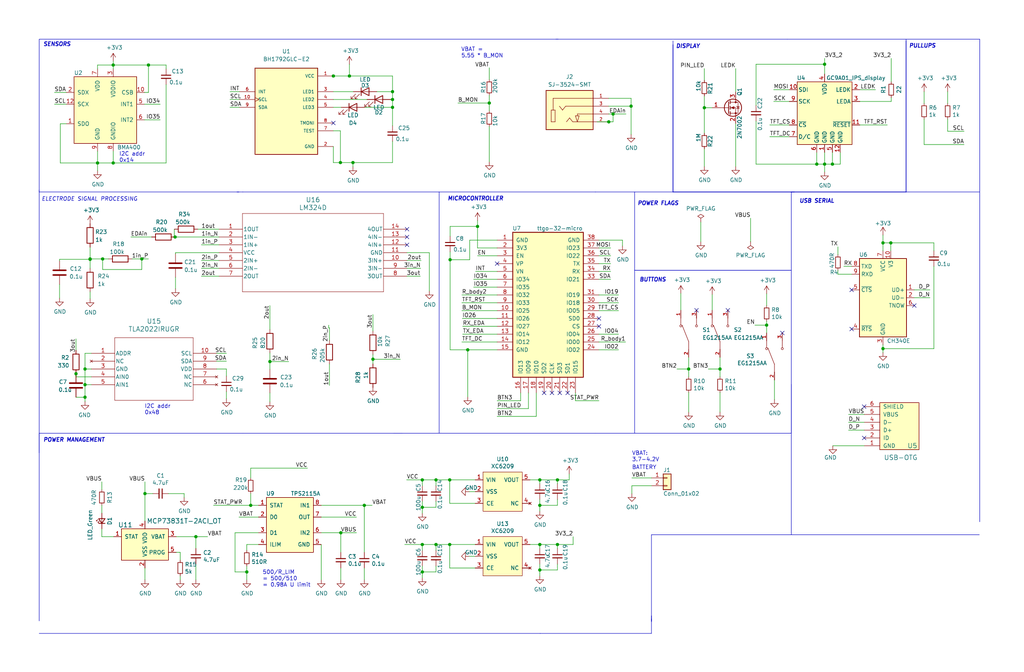
<source format=kicad_sch>
(kicad_sch (version 20230121) (generator eeschema)
  (paper "User" 332.003 217.957)
  (title_block (title "Anxiety Buddy Band for Youth (ABBY) BioBand") (date "06-15-2023") (rev "3.3") (comment 1 "GitHub: https://open-smartwatch.github.io/") (comment 2 "Extension of open-source design Open SmartWatch\\"))
  (junction (at 81.28 163.83))
  (junction (at 27.559 124.714))
  (junction (at 269.875 53.213))
  (junction (at 110.363 52.705))
  (junction (at 145.923 84.201))
  (junction (at 48.133 21.082))
  (junction (at 175.006 184.785))
  (junction (at 233.426 119.634))
  (junction (at 136.906 164.465))
  (junction (at 145.796 176.53))
  (junction (at 288.798 78.74))
  (junction (at 114.427 52.705))
  (junction (at 136.906 185.42))
  (junction (at 63.5 173.99))
  (junction (at 228.346 34.925))
  (junction (at 175.006 155.575))
  (junction (at 175.006 163.83))
  (junction (at 267.335 20.828))
  (junction (at 87.503 117.221))
  (junction (at 197.358 39.497))
  (junction (at 33.274 83.947))
  (junction (at 286.258 78.74))
  (junction (at 127.254 29.718))
  (junction (at 27.559 128.778))
  (junction (at 180.721 176.53))
  (junction (at 136.906 155.575))
  (junction (at 145.796 155.575))
  (junction (at 120.904 116.459))
  (junction (at 36.703 52.832))
  (junction (at 36.703 21.082))
  (junction (at 127.254 32.258))
  (junction (at 175.006 176.53))
  (junction (at 141.351 155.575))
  (junction (at 108.077 24.638))
  (junction (at 46.99 160.02))
  (junction (at 223.266 119.634))
  (junction (at 151.638 113.411))
  (junction (at 56.769 76.835))
  (junction (at 267.335 53.213))
  (junction (at 80.01 185.42))
  (junction (at 198.755 36.957))
  (junction (at 248.539 105.41))
  (junction (at 29.21 84.074))
  (junction (at 29.21 83.947))
  (junction (at 27.559 119.634))
  (junction (at 180.721 155.575))
  (junction (at 31.623 52.832))
  (junction (at 136.906 176.53))
  (junction (at 127.254 34.798))
  (junction (at 118.11 163.83))
  (junction (at 113.284 24.638))
  (junction (at 141.351 176.53))
  (junction (at 158.623 33.401))
  (junction (at 45.974 83.947))
  (junction (at 204.597 34.417))
  (junction (at 24.638 121.158))
  (junction (at 264.795 53.213))
  (junction (at 110.49 172.72))
  (junction (at 154.813 73.406))
  (junction (at 286.258 113.03))
  (no_connect (at 253.619 107.95))
  (no_connect (at 296.418 99.06))
  (no_connect (at 280.162 141.986))
  (no_connect (at 184.023 127.381))
  (no_connect (at 108.077 39.878))
  (no_connect (at 225.806 100.584))
  (no_connect (at 235.966 100.584))
  (no_connect (at 131.953 79.375))
  (no_connect (at 276.098 93.98))
  (no_connect (at 161.163 85.471))
  (no_connect (at 131.953 76.835))
  (no_connect (at 194.183 103.251))
  (no_connect (at 194.183 105.791))
  (no_connect (at 178.943 127.381))
  (no_connect (at 181.483 127.381))
  (no_connect (at 131.953 74.295))
  (no_connect (at 276.098 106.68))
  (no_connect (at 280.162 131.826))
  (no_connect (at 176.403 127.381))
  (wire (pts (xy 175.006 155.575) (xy 175.006 156.845)))
  (polyline (pts (xy 256.54 140.462) (xy 193.04 140.462)))
  (wire (pts (xy 154.051 184.15) (xy 145.796 184.15)))
  (wire (pts (xy 81.28 163.83) (xy 83.82 163.83)))
  (wire (pts (xy 73.406 119.634) (xy 73.406 121.92)))
  (wire (pts (xy 204.597 34.417) (xy 204.597 43.561)))
  (wire (pts (xy 76.2 172.72) (xy 76.2 185.42)))
  (wire (pts (xy 31.623 52.832) (xy 19.558 52.832)))
  (wire (pts (xy 24.638 121.158) (xy 24.638 122.174)))
  (wire (pts (xy 204.597 31.877) (xy 204.597 34.417)))
  (wire (pts (xy 127.254 45.847) (xy 127.254 52.705)))
  (wire (pts (xy 48.133 29.972) (xy 46.863 29.972)))
  (wire (pts (xy 286.258 78.74) (xy 288.798 78.74)))
  (wire (pts (xy 184.531 153.67) (xy 184.531 155.575)))
  (wire (pts (xy 198.755 39.497) (xy 198.755 36.957)))
  (wire (pts (xy 48.133 21.082) (xy 48.133 29.972)))
  (wire (pts (xy 194.183 80.391) (xy 197.993 80.391)))
  (wire (pts (xy 302.768 78.74) (xy 302.768 81.28)))
  (wire (pts (xy 53.848 21.082) (xy 53.848 22.352)))
  (wire (pts (xy 161.163 110.871) (xy 149.733 110.871)))
  (wire (pts (xy 36.703 52.832) (xy 53.848 52.832)))
  (wire (pts (xy 59.69 160.02) (xy 59.69 161.29)))
  (wire (pts (xy 127.254 34.798) (xy 127.254 40.767)))
  (wire (pts (xy 131.826 155.575) (xy 136.906 155.575)))
  (wire (pts (xy 267.335 20.828) (xy 267.335 24.003)))
  (wire (pts (xy 141.351 176.53) (xy 145.796 176.53)))
  (wire (pts (xy 278.765 40.513) (xy 287.655 40.513)))
  (polyline (pts (xy 12.827 12.7) (xy 180.975 12.7)))
  (polyline (pts (xy 293.751 62.23) (xy 293.751 13.208)))
  (wire (pts (xy 108.077 52.705) (xy 110.363 52.705)))
  (wire (pts (xy 255.905 44.323) (xy 249.555 44.323)))
  (polyline (pts (xy 175.133 205.359) (xy 12.7 205.359)))
  (wire (pts (xy 141.351 176.53) (xy 141.351 178.435)))
  (wire (pts (xy 29.21 83.947) (xy 29.21 84.074)))
  (wire (pts (xy 161.163 108.331) (xy 149.987 108.331)))
  (wire (pts (xy 154.178 88.011) (xy 161.163 88.011)))
  (wire (pts (xy 152.146 180.34) (xy 154.051 180.34)))
  (wire (pts (xy 271.653 87.63) (xy 271.653 88.9)))
  (wire (pts (xy 65.278 89.535) (xy 70.993 89.535)))
  (wire (pts (xy 180.721 155.575) (xy 180.721 156.845)))
  (wire (pts (xy 228.346 34.925) (xy 230.886 34.925)))
  (wire (pts (xy 48.133 21.082) (xy 53.848 21.082)))
  (wire (pts (xy 204.597 31.877) (xy 197.358 31.877)))
  (wire (pts (xy 81.28 154.94) (xy 81.28 151.765)))
  (wire (pts (xy 288.925 26.543) (xy 288.925 18.923)))
  (wire (pts (xy 154.813 73.406) (xy 154.813 71.501)))
  (wire (pts (xy 126.619 32.258) (xy 127.254 32.258)))
  (wire (pts (xy 108.077 24.638) (xy 113.284 24.638)))
  (wire (pts (xy 87.503 117.221) (xy 87.503 119.761)))
  (wire (pts (xy 270.002 144.526) (xy 280.162 144.526)))
  (wire (pts (xy 24.638 122.174) (xy 29.591 122.174)))
  (wire (pts (xy 168.783 127.381) (xy 168.783 129.921)))
  (wire (pts (xy 136.906 183.515) (xy 136.906 185.42)))
  (wire (pts (xy 19.304 84.582) (xy 19.304 84.074)))
  (wire (pts (xy 46.863 33.782) (xy 51.943 33.782)))
  (wire (pts (xy 19.304 92.202) (xy 19.304 96.647)))
  (polyline (pts (xy 77.47 62.23) (xy 12.7 62.23)))
  (wire (pts (xy 58.42 181.61) (xy 58.42 179.07)))
  (polyline (pts (xy 256.54 140.462) (xy 256.54 124.587)))
  (wire (pts (xy 299.593 46.863) (xy 312.547 46.863)))
  (wire (pts (xy 204.851 157.48) (xy 204.851 160.02)))
  (wire (pts (xy 46.863 38.862) (xy 51.943 38.862)))
  (wire (pts (xy 168.783 129.921) (xy 161.163 129.921)))
  (wire (pts (xy 275.082 139.446) (xy 280.162 139.446)))
  (wire (pts (xy 145.796 155.575) (xy 145.796 163.195)))
  (wire (pts (xy 223.266 119.634) (xy 223.266 122.174)))
  (wire (pts (xy 127.254 32.258) (xy 127.254 29.718)))
  (polyline (pts (xy 317.627 63.5) (xy 317.627 124.587)))
  (wire (pts (xy 197.358 34.417) (xy 204.597 34.417)))
  (wire (pts (xy 180.721 184.785) (xy 175.006 184.785)))
  (wire (pts (xy 17.653 33.782) (xy 21.463 33.782)))
  (wire (pts (xy 24.638 128.778) (xy 27.559 128.778)))
  (wire (pts (xy 267.335 49.403) (xy 267.335 53.213)))
  (polyline (pts (xy 256.54 62.23) (xy 257.556 62.23)))
  (wire (pts (xy 27.559 119.634) (xy 29.591 119.634)))
  (wire (pts (xy 175.006 182.88) (xy 175.006 184.785)))
  (wire (pts (xy 267.335 20.828) (xy 245.11 20.828)))
  (wire (pts (xy 200.533 113.411) (xy 194.183 113.411)))
  (wire (pts (xy 118.237 34.798) (xy 127.254 34.798)))
  (wire (pts (xy 248.539 95.25) (xy 248.539 99.06)))
  (wire (pts (xy 24.638 109.855) (xy 24.638 113.538)))
  (wire (pts (xy 136.525 84.455) (xy 131.953 84.455)))
  (wire (pts (xy 243.332 78.359) (xy 243.332 70.739)))
  (wire (pts (xy 118.11 163.83) (xy 120.65 163.83)))
  (wire (pts (xy 194.183 85.471) (xy 197.993 85.471)))
  (polyline (pts (xy 12.7 62.23) (xy 12.7 12.7)))
  (wire (pts (xy 45.974 87.376) (xy 33.274 87.376)))
  (wire (pts (xy 220.726 95.123) (xy 220.726 100.584)))
  (wire (pts (xy 63.5 177.8) (xy 63.5 173.99)))
  (wire (pts (xy 267.335 53.213) (xy 264.795 53.213)))
  (wire (pts (xy 201.803 77.851) (xy 201.803 79.756)))
  (wire (pts (xy 17.653 29.972) (xy 21.463 29.972)))
  (wire (pts (xy 33.02 156.21) (xy 33.02 158.75)))
  (wire (pts (xy 255.905 40.513) (xy 249.555 40.513)))
  (wire (pts (xy 120.904 116.459) (xy 120.904 117.983)))
  (wire (pts (xy 185.801 176.53) (xy 185.801 173.99)))
  (wire (pts (xy 158.623 25.781) (xy 158.623 21.971)))
  (wire (pts (xy 267.335 18.923) (xy 267.335 20.828)))
  (wire (pts (xy 161.163 113.411) (xy 151.638 113.411)))
  (wire (pts (xy 194.183 77.851) (xy 201.803 77.851)))
  (polyline (pts (xy 211.201 173.355) (xy 211.201 201.295)))
  (wire (pts (xy 149.86 103.251) (xy 161.163 103.251)))
  (wire (pts (xy 129.794 116.459) (xy 120.904 116.459)))
  (wire (pts (xy 118.11 187.96) (xy 118.11 184.15)))
  (wire (pts (xy 286.258 76.2) (xy 286.258 78.74)))
  (wire (pts (xy 145.923 84.201) (xy 145.923 81.661)))
  (wire (pts (xy 107.823 24.638) (xy 108.077 24.638)))
  (wire (pts (xy 141.351 164.465) (xy 141.351 162.56)))
  (wire (pts (xy 194.183 95.631) (xy 200.533 95.631)))
  (wire (pts (xy 286.258 114.3) (xy 286.258 113.03)))
  (wire (pts (xy 65.278 79.375) (xy 70.993 79.375)))
  (wire (pts (xy 106.553 105.41) (xy 106.553 106.299)))
  (wire (pts (xy 64.135 74.295) (xy 70.993 74.295)))
  (wire (pts (xy 223.266 133.604) (xy 223.266 127.254)))
  (polyline (pts (xy 256.54 87.63) (xy 256.54 62.23)))
  (wire (pts (xy 197.358 36.957) (xy 198.755 36.957)))
  (wire (pts (xy 104.14 187.96) (xy 104.14 176.53)))
  (wire (pts (xy 175.006 184.785) (xy 175.006 186.69)))
  (wire (pts (xy 42.418 76.835) (xy 49.149 76.835)))
  (wire (pts (xy 175.006 161.925) (xy 175.006 163.83)))
  (wire (pts (xy 193.548 39.497) (xy 197.358 39.497)))
  (wire (pts (xy 299.593 29.718) (xy 299.593 33.528)))
  (wire (pts (xy 161.163 82.931) (xy 154.813 82.931)))
  (wire (pts (xy 275.082 134.366) (xy 280.162 134.366)))
  (wire (pts (xy 49.53 160.02) (xy 46.99 160.02)))
  (polyline (pts (xy 255.27 12.7) (xy 317.627 12.7)))
  (wire (pts (xy 175.006 176.53) (xy 175.006 177.8)))
  (wire (pts (xy 139.192 81.915) (xy 139.192 94.361)))
  (wire (pts (xy 122.174 29.718) (xy 127.254 29.718)))
  (polyline (pts (xy 205.74 87.63) (xy 256.54 87.63)))
  (wire (pts (xy 83.82 172.72) (xy 76.2 172.72)))
  (wire (pts (xy 54.61 160.02) (xy 59.69 160.02)))
  (wire (pts (xy 288.925 31.623) (xy 288.925 32.893)))
  (wire (pts (xy 141.351 185.42) (xy 141.351 183.515)))
  (wire (pts (xy 288.798 78.74) (xy 288.798 81.28)))
  (wire (pts (xy 158.623 30.861) (xy 158.623 33.401)))
  (polyline (pts (xy 193.04 140.462) (xy 78.74 140.462)))
  (wire (pts (xy 120.904 114.935) (xy 120.904 116.459)))
  (polyline (pts (xy 12.7 201.295) (xy 12.7 140.97)))
  (wire (pts (xy 152.273 77.851) (xy 152.273 84.201)))
  (wire (pts (xy 145.796 176.53) (xy 154.051 176.53)))
  (wire (pts (xy 53.848 52.832) (xy 53.848 27.432)))
  (wire (pts (xy 219.456 119.634) (xy 223.266 119.634)))
  (wire (pts (xy 56.515 74.295) (xy 56.515 76.835)))
  (wire (pts (xy 228.346 53.975) (xy 228.346 48.26)))
  (wire (pts (xy 228.346 34.925) (xy 228.346 43.18)))
  (wire (pts (xy 27.559 128.778) (xy 27.559 130.175)))
  (wire (pts (xy 46.99 187.96) (xy 46.99 184.15)))
  (wire (pts (xy 194.183 110.871) (xy 202.819 110.871)))
  (wire (pts (xy 35.179 83.947) (xy 33.274 83.947)))
  (wire (pts (xy 136.906 164.465) (xy 136.906 166.37)))
  (wire (pts (xy 108.077 47.498) (xy 108.077 52.705)))
  (wire (pts (xy 302.768 86.36) (xy 302.768 113.03)))
  (wire (pts (xy 145.923 73.406) (xy 145.923 76.581)))
  (wire (pts (xy 180.721 161.925) (xy 180.721 163.83)))
  (wire (pts (xy 87.503 114.427) (xy 87.503 117.221)))
  (wire (pts (xy 161.163 95.631) (xy 149.733 95.631)))
  (wire (pts (xy 73.406 117.094) (xy 70.231 117.094)))
  (wire (pts (xy 255.905 29.083) (xy 250.825 29.083)))
  (wire (pts (xy 152.273 84.201) (xy 145.923 84.201)))
  (polyline (pts (xy 12.7 140.97) (xy 12.7 62.23)))
  (wire (pts (xy 245.11 39.243) (xy 245.11 53.213)))
  (wire (pts (xy 264.795 49.403) (xy 264.795 53.213)))
  (wire (pts (xy 31.623 22.352) (xy 31.623 21.082)))
  (wire (pts (xy 110.49 172.72) (xy 104.14 172.72)))
  (wire (pts (xy 255.905 32.893) (xy 250.825 32.893)))
  (wire (pts (xy 307.213 38.608) (xy 307.213 42.545)))
  (wire (pts (xy 110.363 52.705) (xy 114.427 52.705)))
  (wire (pts (xy 70.231 119.634) (xy 73.406 119.634)))
  (wire (pts (xy 120.904 101.981) (xy 120.904 107.315)))
  (wire (pts (xy 238.506 53.975) (xy 238.506 40.005)))
  (wire (pts (xy 307.213 29.718) (xy 307.213 33.528)))
  (wire (pts (xy 154.813 80.391) (xy 154.813 73.406)))
  (wire (pts (xy 19.304 84.074) (xy 29.21 84.074)))
  (wire (pts (xy 118.11 179.07) (xy 118.11 163.83)))
  (polyline (pts (xy 205.74 62.23) (xy 205.74 140.462)))
  (wire (pts (xy 113.284 20.828) (xy 113.284 24.638)))
  (wire (pts (xy 65.278 86.995) (xy 70.993 86.995)))
  (wire (pts (xy 46.99 160.02) (xy 46.99 156.21)))
  (wire (pts (xy 45.974 83.947) (xy 45.974 87.376)))
  (wire (pts (xy 286.258 78.74) (xy 286.258 81.28)))
  (wire (pts (xy 58.42 187.96) (xy 58.42 186.69)))
  (wire (pts (xy 229.616 119.634) (xy 233.426 119.634)))
  (wire (pts (xy 136.906 176.53) (xy 141.351 176.53)))
  (wire (pts (xy 106.807 124.968) (xy 106.807 117.983)))
  (wire (pts (xy 74.549 34.798) (xy 77.597 34.798)))
  (wire (pts (xy 80.01 187.96) (xy 80.01 185.42)))
  (polyline (pts (xy 317.627 12.7) (xy 317.627 63.5)))
  (wire (pts (xy 110.49 187.96) (xy 110.49 184.15)))
  (wire (pts (xy 114.427 52.705) (xy 114.427 54.102)))
  (wire (pts (xy 67.31 173.99) (xy 63.5 173.99)))
  (wire (pts (xy 272.415 53.213) (xy 269.875 53.213)))
  (wire (pts (xy 115.57 167.64) (xy 104.14 167.64)))
  (wire (pts (xy 286.258 113.03) (xy 286.258 111.76)))
  (wire (pts (xy 69.215 163.83) (xy 81.28 163.83)))
  (polyline (pts (xy 256.54 87.63) (xy 256.54 140.462)))
  (wire (pts (xy 269.875 49.403) (xy 269.875 53.213)))
  (wire (pts (xy 233.426 119.634) (xy 233.426 115.824)))
  (wire (pts (xy 280.162 136.906) (xy 275.082 136.906)))
  (wire (pts (xy 27.559 124.714) (xy 27.559 128.778)))
  (wire (pts (xy 19.558 52.832) (xy 19.558 40.132)))
  (wire (pts (xy 56.515 76.835) (xy 56.769 76.835)))
  (wire (pts (xy 33.02 171.45) (xy 33.02 173.99)))
  (wire (pts (xy 46.99 160.02) (xy 46.99 168.91)))
  (wire (pts (xy 233.426 122.174) (xy 233.426 119.634)))
  (wire (pts (xy 288.798 78.74) (xy 302.768 78.74)))
  (wire (pts (xy 180.721 176.53) (xy 180.721 177.8)))
  (wire (pts (xy 173.863 127.381) (xy 173.863 135.001)))
  (wire (pts (xy 161.163 105.791) (xy 149.987 105.791)))
  (wire (pts (xy 223.266 115.824) (xy 223.266 119.634)))
  (wire (pts (xy 136.906 185.42) (xy 141.351 185.42)))
  (wire (pts (xy 87.503 130.302) (xy 87.503 127.381)))
  (wire (pts (xy 180.721 176.53) (xy 185.801 176.53)))
  (wire (pts (xy 149.733 100.711) (xy 161.163 100.711)))
  (wire (pts (xy 171.323 132.461) (xy 161.163 132.461)))
  (wire (pts (xy 110.617 34.798) (xy 108.077 34.798)))
  (wire (pts (xy 248.539 105.41) (xy 248.539 104.14)))
  (wire (pts (xy 33.274 87.376) (xy 33.274 83.947)))
  (wire (pts (xy 106.807 106.299) (xy 106.807 110.363)))
  (wire (pts (xy 154.813 73.406) (xy 145.923 73.406)))
  (wire (pts (xy 233.426 133.604) (xy 233.426 127.254)))
  (wire (pts (xy 29.21 96.901) (xy 29.21 94.615)))
  (wire (pts (xy 108.077 32.258) (xy 118.999 32.258)))
  (wire (pts (xy 77.47 167.64) (xy 83.82 167.64)))
  (wire (pts (xy 36.703 21.082) (xy 48.133 21.082)))
  (wire (pts (xy 29.21 84.074) (xy 29.21 86.995)))
  (wire (pts (xy 251.079 129.54) (xy 251.079 123.19)))
  (wire (pts (xy 230.886 95.504) (xy 230.886 100.584)))
  (polyline (pts (xy 317.627 62.23) (xy 293.751 62.23)))
  (wire (pts (xy 31.623 52.832) (xy 31.623 55.372)))
  (wire (pts (xy 228.346 22.225) (xy 228.346 26.035)))
  (wire (pts (xy 186.563 127.381) (xy 186.563 129.921)))
  (polyline (pts (xy 317.627 140.462) (xy 317.627 124.587)))
  (wire (pts (xy 154.051 163.195) (xy 145.796 163.195)))
  (wire (pts (xy 175.006 163.83) (xy 175.006 165.735)))
  (wire (pts (xy 301.498 93.98) (xy 296.418 93.98)))
  (wire (pts (xy 87.503 99.06) (xy 87.503 106.807)))
  (polyline (pts (xy 78.74 140.462) (xy 12.7 140.462)))
  (wire (pts (xy 194.183 98.171) (xy 200.533 98.171)))
  (wire (pts (xy 175.006 176.53) (xy 180.721 176.53)))
  (wire (pts (xy 81.28 163.83) (xy 81.28 160.02)))
  (wire (pts (xy 302.768 113.03) (xy 286.258 113.03)))
  (wire (pts (xy 127.254 29.718) (xy 127.254 24.638)))
  (wire (pts (xy 161.163 93.091) (xy 153.543 93.091)))
  (wire (pts (xy 245.11 20.828) (xy 245.11 34.163)))
  (wire (pts (xy 136.906 164.465) (xy 141.351 164.465)))
  (wire (pts (xy 194.183 100.711) (xy 200.533 100.711)))
  (wire (pts (xy 158.623 33.401) (xy 148.463 33.401)))
  (wire (pts (xy 58.42 179.07) (xy 57.15 179.07)))
  (wire (pts (xy 139.192 81.915) (xy 131.953 81.915)))
  (polyline (pts (xy 293.751 12.7) (xy 293.751 62.23)))
  (wire (pts (xy 110.363 42.418) (xy 108.077 42.418)))
  (wire (pts (xy 27.559 124.714) (xy 27.559 119.634)))
  (polyline (pts (xy 76.835 62.23) (xy 78.74 62.23)))
  (wire (pts (xy 245.11 53.213) (xy 264.795 53.213)))
  (wire (pts (xy 56.896 81.915) (xy 56.896 82.296)))
  (wire (pts (xy 27.559 119.634) (xy 27.559 114.554)))
  (polyline (pts (xy 255.27 12.7) (xy 180.213 12.7)))
  (wire (pts (xy 110.363 42.418) (xy 110.363 52.705)))
  (wire (pts (xy 136.271 89.535) (xy 131.953 89.535)))
  (polyline (pts (xy 205.74 87.63) (xy 256.54 87.63)))
  (wire (pts (xy 151.638 113.411) (xy 151.638 128.651)))
  (wire (pts (xy 198.755 36.957) (xy 202.946 36.957)))
  (wire (pts (xy 161.163 98.171) (xy 149.733 98.171)))
  (wire (pts (xy 283.845 29.083) (xy 278.765 29.083)))
  (polyline (pts (xy 218.186 14.478) (xy 218.186 62.23)))
  (wire (pts (xy 161.163 90.551) (xy 153.543 90.551)))
  (wire (pts (xy 186.563 129.921) (xy 194.183 129.921)))
  (wire (pts (xy 19.558 40.132) (xy 21.463 40.132)))
  (polyline (pts (xy 211.201 200.66) (xy 211.201 205.359)))
  (wire (pts (xy 158.623 41.021) (xy 158.623 52.451)))
  (wire (pts (xy 175.006 155.575) (xy 180.721 155.575)))
  (polyline (pts (xy 12.7 62.23) (xy 12.7 61.595)))
  (wire (pts (xy 238.506 22.225) (xy 238.506 29.845)))
  (wire (pts (xy 36.703 52.832) (xy 31.623 52.832)))
  (wire (pts (xy 83.82 176.53) (xy 80.01 176.53)))
  (wire (pts (xy 141.351 155.575) (xy 141.351 157.48)))
  (wire (pts (xy 299.593 38.608) (xy 299.593 46.863)))
  (wire (pts (xy 180.721 155.575) (xy 184.531 155.575)))
  (polyline (pts (xy 211.201 199.644) (xy 211.201 201.549)))
  (wire (pts (xy 244.729 105.41) (xy 248.539 105.41)))
  (wire (pts (xy 136.906 155.575) (xy 141.351 155.575)))
  (wire (pts (xy 56.769 76.835) (xy 70.993 76.835)))
  (wire (pts (xy 158.623 33.401) (xy 158.623 35.941)))
  (wire (pts (xy 267.335 53.213) (xy 267.335 55.753)))
  (wire (pts (xy 171.323 132.461) (xy 171.323 127.381)))
  (wire (pts (xy 81.28 151.765) (xy 99.695 151.765)))
  (wire (pts (xy 56.896 81.915) (xy 70.993 81.915)))
  (wire (pts (xy 27.559 124.714) (xy 29.591 124.714)))
  (wire (pts (xy 141.351 155.575) (xy 145.796 155.575)))
  (wire (pts (xy 180.721 182.88) (xy 180.721 184.785)))
  (wire (pts (xy 93.599 117.221) (xy 87.503 117.221)))
  (wire (pts (xy 161.163 80.391) (xy 154.813 80.391)))
  (polyline (pts (xy 218.186 13.208) (xy 218.186 62.23)))
  (wire (pts (xy 194.183 108.331) (xy 200.533 108.331)))
  (polyline (pts (xy 293.751 62.23) (xy 193.04 62.23)))
  (polyline (pts (xy 175.133 205.359) (xy 211.201 205.359)))
  (wire (pts (xy 272.415 49.403) (xy 272.415 53.213)))
  (wire (pts (xy 113.284 24.638) (xy 127.254 24.638)))
  (polyline (pts (xy 218.186 62.23) (xy 293.751 62.23)))
  (wire (pts (xy 36.703 19.812) (xy 36.703 21.082)))
  (wire (pts (xy 76.2 185.42) (xy 80.01 185.42)))
  (wire (pts (xy 31.623 49.022) (xy 31.623 52.832)))
  (wire (pts (xy 31.623 21.082) (xy 36.703 21.082)))
  (wire (pts (xy 161.163 77.851) (xy 152.273 77.851)))
  (wire (pts (xy 63.5 187.96) (xy 63.5 182.88)))
  (polyline (pts (xy 127.635 140.462) (xy 130.429 140.462)))
  (wire (pts (xy 136.398 86.995) (xy 131.953 86.995)))
  (wire (pts (xy 227.203 72.009) (xy 227.203 78.359)))
  (wire (pts (xy 180.721 163.83) (xy 175.006 163.83)))
  (wire (pts (xy 74.549 29.718) (xy 77.597 29.718)))
  (wire (pts (xy 115.57 172.72) (xy 110.49 172.72)))
  (polyline (pts (xy 78.74 62.23) (xy 193.04 62.23)))
  (polyline (pts (xy 317.627 169.164) (xy 317.627 140.462)))
  (wire (pts (xy 106.553 106.299) (xy 106.807 106.299)))
  (wire (pts (xy 45.974 83.947) (xy 48.133 83.947)))
  (wire (pts (xy 33.02 173.99) (xy 36.83 173.99)))
  (wire (pts (xy 80.01 176.53) (xy 80.01 178.435)))
  (wire (pts (xy 145.796 176.53) (xy 145.796 184.15)))
  (wire (pts (xy 36.703 49.022) (xy 36.703 52.832)))
  (wire (pts (xy 108.077 29.718) (xy 114.554 29.718)))
  (wire (pts (xy 56.896 89.916) (xy 56.896 93.599)))
  (polyline (pts (xy 211.201 173.355) (xy 317.5 173.355)))
  (wire (pts (xy 197.358 39.497) (xy 198.755 39.497)))
  (wire (pts (xy 29.21 80.137) (xy 29.21 83.947)))
  (wire (pts (xy 271.653 88.9) (xy 276.098 88.9)))
  (wire (pts (xy 171.831 155.575) (xy 175.006 155.575)))
  (wire (pts (xy 42.799 83.947) (xy 45.974 83.947)))
  (wire (pts (xy 271.653 80.01) (xy 271.653 82.55)))
  (wire (pts (xy 145.796 155.575) (xy 154.051 155.575)))
  (wire (pts (xy 194.183 90.551) (xy 197.993 90.551)))
  (wire (pts (xy 104.14 163.83) (xy 118.11 163.83)))
  (polyline (pts (xy 142.367 62.23) (xy 142.367 140.462)))
  (wire (pts (xy 194.183 82.931) (xy 197.993 82.931)))
  (wire (pts (xy 65.278 84.455) (xy 70.993 84.455)))
  (wire (pts (xy 27.559 114.554) (xy 29.591 114.554)))
  (wire (pts (xy 307.213 42.545) (xy 312.547 42.545)))
  (wire (pts (xy 114.427 52.705) (xy 127.254 52.705)))
  (wire (pts (xy 211.201 157.48) (xy 204.851 157.48)))
  (wire (pts (xy 131.191 176.53) (xy 136.906 176.53)))
  (wire (pts (xy 173.863 135.001) (xy 161.163 135.001)))
  (wire (pts (xy 145.923 113.411) (xy 151.638 113.411)))
  (wire (pts (xy 136.906 162.56) (xy 136.906 164.465)))
  (wire (pts (xy 228.346 31.115) (xy 228.346 34.925)))
  (wire (pts (xy 36.703 21.082) (xy 36.703 22.352)))
  (wire (pts (xy 211.201 154.94) (xy 204.851 154.94)))
  (wire (pts (xy 136.906 155.575) (xy 136.906 157.48)))
  (wire (pts (xy 136.906 185.42) (xy 136.906 187.325)))
  (wire (pts (xy 63.5 173.99) (xy 57.15 173.99)))
  (wire (pts (xy 110.49 172.72) (xy 110.49 179.07)))
  (wire (pts (xy 301.498 96.52) (xy 296.418 96.52)))
  (wire (pts (xy 33.274 83.947) (xy 29.21 83.947)))
  (wire (pts (xy 248.539 107.95) (xy 248.539 105.41)))
  (wire (pts (xy 127.254 32.258) (xy 127.254 34.798)))
  (wire (pts (xy 73.406 114.554) (xy 70.231 114.554)))
  (wire (pts (xy 136.906 176.53) (xy 136.906 178.435)))
  (wire (pts (xy 171.831 176.53) (xy 175.006 176.53)))
  (wire (pts (xy 288.925 32.893) (xy 278.765 32.893)))
  (wire (pts (xy 74.549 32.258) (xy 77.597 32.258)))
  (polyline (pts (xy 12.7 140.462) (xy 12.7 146.812)))
  (wire (pts (xy 152.146 159.385) (xy 154.051 159.385)))
  (wire (pts (xy 145.923 84.201) (xy 145.923 113.411)))
  (wire (pts (xy 73.406 127) (xy 73.406 129.286)))
  (wire (pts (xy 273.558 86.36) (xy 276.098 86.36)))
  (wire (pts (xy 33.02 163.83) (xy 33.02 166.37)))
  (wire (pts (xy 194.183 88.011) (xy 197.993 88.011)))
  (wire (pts (xy 269.875 53.213) (xy 267.335 53.213)))
  (wire (pts (xy 80.01 185.42) (xy 80.01 183.515)))
  (polyline (pts (xy 256.54 140.462) (xy 256.54 173.355)))
  (text "500/R_LIM\n= 500/510\n= 0.98A U limit" (at 85.09 190.5 0) (effects (font (size 1.27 1.27)) (justify left bottom)))
  (text "VBAT =\n5.55 * B_MON\n" (at 149.479 18.923 0) (effects (font (size 1.27 1.27)) (justify left bottom)))
  (text "I2C addr\n0x14" (at 38.608 52.832 0) (effects (font (size 1.27 1.27)) (justify left bottom)))
  (text "SENSORS" (at 13.97 15.24 0) (effects (font (size 1.27 1.27) (thickness 0.254) bold italic) (justify left bottom)))
  (text "POWER FLAGS" (at 206.629 66.802 0) (effects (font (size 1.27 1.27) (thickness 0.254) bold italic) (justify left bottom)))
  (text "PULLUPS" (at 294.64 15.748 0) (effects (font (size 1.27 1.27) (thickness 0.254) bold italic) (justify left bottom)))
  (text "ELECTRODE SIGNAL PROCESSING" (at 13.462 65.405 0) (effects (font (size 1.27 1.27) italic) (justify left bottom)))
  (text "BATTERY" (at 204.851 152.4 0) (effects (font (size 1.27 1.27)) (justify left bottom)))
  (text "USB SERIAL" (at 259.08 66.04 0) (effects (font (size 1.27 1.27) (thickness 0.254) bold italic) (justify left bottom)))
  (text "BUTTONS" (at 207.264 91.567 0) (effects (font (size 1.27 1.27) (thickness 0.254) bold italic) (justify left bottom)))
  (text "VBAT:\n3.7-4.2V" (at 204.851 149.86 0) (effects (font (size 1.27 1.27)) (justify left bottom)))
  (text "MICROCONTROLLER" (at 145.034 65.278 0) (effects (font (size 1.27 1.27) (thickness 0.254) bold italic) (justify left bottom)))
  (text "POWER MANAGEMENT" (at 13.97 143.51 0) (effects (font (size 1.27 1.27) (thickness 0.254) bold italic) (justify left bottom)))
  (text "I2C addr\n0x48" (at 46.863 134.62 0) (effects (font (size 1.27 1.27)) (justify left bottom)))
  (text "DISPLAY" (at 219.075 15.875 0) (effects (font (size 1.27 1.27) (thickness 0.254) bold italic) (justify left bottom)))
  (label "SCK" (at 250.825 32.893 0))
  (label "TFT_RST" (at 287.655 40.513 180))
  (label "VCC" (at 99.695 151.765 180))
  (label "SCL" (at 73.406 114.554 180))
  (label "BTN3" (at 229.616 119.634 180))
  (label "B_MON" (at 148.463 33.401 0))
  (label "3out" (at 136.271 89.535 180))
  (label "TFT_CS" (at 249.555 40.513 0))
  (label "SCL" (at 197.993 82.931 180))
  (label "LEDK" (at 283.845 29.083 180))
  (label "SCL" (at 74.549 32.258 0))
  (label "1in_P" (at 48.133 83.947 180))
  (label "BTN2" (at 161.163 135.001 0))
  (label "STAT_PWR" (at 194.183 129.921 180))
  (label "1in_P" (at 65.278 79.375 0))
  (label "SDA" (at 312.547 46.863 180))
  (label "2out" (at 87.503 99.06 270))
  (label "SDA" (at 17.653 29.972 0))
  (label "VBUS" (at 275.082 134.366 0))
  (label "D_N" (at 275.082 136.906 0))
  (label "VBAT" (at 204.851 154.94 0))
  (label "SCK" (at 200.533 98.171 180))
  (label "SDA" (at 197.993 90.551 180))
  (label "R_body2" (at 149.733 95.631 0))
  (label "D_N" (at 301.498 96.52 180))
  (label "2out" (at 65.278 89.535 0))
  (label "IO04" (at 200.533 108.331 180))
  (label "BTN2" (at 219.456 119.634 180))
  (label "MOSI" (at 250.825 29.083 0))
  (label "TFT_RST" (at 149.733 98.171 0))
  (label "3in_N" (at 136.398 86.995 180))
  (label "VBUS" (at 33.02 156.21 180))
  (label "IO35" (at 51.943 38.862 180))
  (label "VBAT" (at 77.47 167.64 0))
  (label "SCL" (at 312.547 42.545 180))
  (label "1out" (at 65.278 74.295 0))
  (label "VCC" (at 131.191 176.53 0))
  (label "SCL" (at 17.653 33.782 0))
  (label "MOSI" (at 197.993 80.391 180))
  (label "2in_P" (at 106.553 105.41 270))
  (label "VCC" (at 131.826 155.575 0))
  (label "TX" (at 271.653 80.01 180))
  (label "EN" (at 244.729 105.41 180))
  (label "PIN_LED" (at 228.346 22.225 180))
  (label "SDA" (at 73.406 117.094 180))
  (label "2in_N" (at 93.599 117.221 180))
  (label "3in_N" (at 129.794 116.459 180))
  (label "2in_N" (at 65.278 86.995 0))
  (label "VBUS" (at 243.332 70.739 180))
  (label "RX" (at 197.993 88.011 180))
  (label "3out" (at 120.904 101.981 270))
  (label "IO34" (at 153.543 90.551 0))
  (label "TFT_DC" (at 149.733 110.871 0))
  (label "3V3_2" (at 267.335 18.923 0))
  (label "PIN_LED" (at 161.163 132.461 0))
  (label "EDAin" (at 202.946 36.957 180))
  (label "IO34" (at 51.943 33.782 180))
  (label "R_body1" (at 202.819 110.871 180))
  (label "D_P" (at 275.082 139.446 0))
  (label "SDA" (at 74.549 34.798 0))
  (label "EN" (at 154.813 82.931 0))
  (label "VBUS" (at 46.99 156.21 180))
  (label "1out" (at 106.807 124.968 90))
  (label "IO02" (at 200.533 113.411 180))
  (label "3V3_2" (at 288.925 18.923 180))
  (label "TFT_DC" (at 249.555 44.323 0))
  (label "STAT_PWR" (at 69.215 163.83 0))
  (label "D_P" (at 301.498 93.98 180))
  (label "VBAT" (at 120.65 163.83 0))
  (label "VCC" (at 115.57 167.64 180))
  (label "EDAin" (at 42.418 76.835 0))
  (label "1in_N" (at 65.278 76.835 0))
  (label "TX_EDA" (at 149.987 108.331 0))
  (label "INT" (at 74.549 29.718 0))
  (label "IO26" (at 149.86 103.251 0))
  (label "BTN3" (at 161.163 129.921 0))
  (label "RX" (at 273.558 86.36 0))
  (label "INT" (at 154.178 88.011 0))
  (label "2out" (at 136.525 84.455 180))
  (label "B_MON" (at 149.733 100.711 0))
  (label "IO35" (at 153.543 93.091 0))
  (label "VBAT" (at 67.31 173.99 0))
  (label "TX" (at 197.993 85.471 180))
  (label "LEDK" (at 238.506 22.225 180))
  (label "VBUS" (at 115.57 172.72 180))
  (label "RX_EDA" (at 149.987 105.791 0))
  (label "3V3_2" (at 185.801 173.99 180))
  (label "VBAT" (at 158.623 21.971 180))
  (label "3out" (at 24.638 109.855 270))
  (label "IO19" (at 200.533 95.631 180))
  (label "TFT_CS" (at 200.533 100.711 180))
  (label "2in_P" (at 65.278 84.455 0))
  (symbol (lib_id "open-Smartwatch:GC9A01_IPS_display_SPI") (at 267.335 36.703 0) (unit 1)
    (property "Reference" "U4" (at 259.715 25.273 0))
    (property "Value" "GC9A01_IPS_display" (at 277.495 25.273 0))
    (property "Footprint" "open-Smartwatch:GC9A01_IPS_display" (effects hide))
  )
  (symbol (lib_id "open-Smartwatch:ttgo-32-micro") (at 177.673 95.631 0) (unit 1)
    (property "Reference" "U7" (at 167.513 74.041 0))
    (property "Value" "ttgo-32-micro" (at 181.483 74.041 0))
    (property "Footprint" "open-Smartwatch:ttgo-32-micro" (effects hide))
  )
  (symbol (lib_id "open-Smartwatch:USB-OTG") (at 286.512 134.366 0) (mirror x) (unit 1)
    (property "Reference" "U5" (at 294.132 144.526 0) (effects (font (size 1.524 1.524)) (justify left)))
    (property "Value" "USB-OTG" (at 286.512 148.336 0) (effects (font (size 1.524 1.524)) (justify left)))
    (property "Footprint" "open-Smartwatch:USBmicro-B" (effects hide))
  )
  (symbol (lib_id "power:+3V3") (at 248.539 95.25 0) (unit 1)
    (property "Reference" "#PWR030" (effects hide))
    (property "Value" "+3V3" (at 248.92 90.8558 0))
  )
  (symbol (lib_id "Device:R_Small") (at 248.539 101.6 0) (unit 1)
    (property "Reference" "R8" (at 250.0376 100.4316 0) (effects (justify left)))
    (property "Value" "10k" (at 250.0376 102.743 0) (effects (justify left)))
    (property "Footprint" "Resistor_SMD:R_0603_1608Metric" (effects hide))
  )
  (symbol (lib_id "power:GND") (at 251.079 129.54 0) (unit 1)
    (property "Reference" "#PWR038" (effects hide))
    (property "Value" "GND" (at 251.206 133.9342 0))
  )
  (symbol (lib_id "open-Smartwatch:CH340E") (at 286.258 96.52 0) (mirror y) (unit 1)
    (property "Reference" "U6" (at 279.908 82.55 0))
    (property "Value" "CH340E" (at 291.338 110.49 0))
    (property "Footprint" "open-Smartwatch:MSOP-10_3x3mm_P0.5mm" (effects hide))
    (property "Datasheet" "https://www.mpja.com/download/35227cpdata.pdf" (effects hide))
  )
  (symbol (lib_id "power:GND") (at 286.258 114.3 0) (unit 1)
    (property "Reference" "#PWR025" (effects hide))
    (property "Value" "GND" (at 286.385 118.6942 0))
  )
  (symbol (lib_id "power:+3V3") (at 286.258 76.2 0) (unit 1)
    (property "Reference" "#PWR015" (effects hide))
    (property "Value" "+3V3" (at 286.258 72.39 0))
  )
  (symbol (lib_id "power:GND") (at 270.002 144.526 0) (unit 1)
    (property "Reference" "#PWR024" (effects hide))
    (property "Value" "GND" (at 271.272 148.336 0) (effects (justify right)))
  )
  (symbol (lib_id "open-Smartwatch:TPS2115A_default") (at 93.98 170.18 0) (unit 1)
    (property "Reference" "U9" (at 87.63 160.02 0))
    (property "Value" "TPS2115A" (at 99.06 160.02 0))
    (property "Footprint" "open-Smartwatch:TSSOP-8_4.4x3mm_P0.65mm" (effects hide))
    (property "Datasheet" "https://www.ti.com/lit/ds/symlink/tps2114a.pdf?HQS=TI-null-null-digikeymode-df-pf-null-wwe&ts=1599026024238" (effects hide))
    (property "DigiKey_PN" "296-16940-1-ND" (effects hide))
    (property "Manufacturer" "Texas Instruments" (effects hide))
    (property "MPN" "TPS2115APWR" (effects hide))
  )
  (symbol (lib_id "open-Smartwatch:MCP73831T-2ACI_OT") (at 46.99 176.53 0) (unit 1)
    (property "Reference" "U11" (at 40.64 170.18 0) (effects (font (size 1.524 1.524))))
    (property "Value" "MCP73831T-2ACI_OT" (at 59.69 168.91 0) (effects (font (size 1.524 1.524))))
    (property "Footprint" "open-Smartwatch:SOT-23-5" (effects hide))
    (property "Datasheet" "http://ww1.microchip.com/downloads/en/DeviceDoc/20001984g.pdf" (effects hide))
    (property "Digi-Key_PN" "MCP73831T-2ACI/OTCT-ND" (effects hide))
    (property "MPN" "MCP73831T-2ACI/OT" (effects hide))
    (property "Manufacturer" "Microchip Technology" (effects hide))
  )
  (symbol (lib_id "power:GND") (at 46.99 187.96 0) (unit 1)
    (property "Reference" "#PWR043" (effects hide))
    (property "Value" "GND" (at 47.117 192.3542 0))
  )
  (symbol (lib_id "Device:R_Small") (at 33.02 161.29 180) (unit 1)
    (property "Reference" "R13" (at 35.56 161.29 90))
    (property "Value" "470R" (at 30.48 161.29 90))
    (property "Footprint" "Resistor_SMD:R_0603_1608Metric" (effects hide))
  )
  (symbol (lib_id "Device:LED_Small") (at 33.02 168.91 90) (unit 1)
    (property "Reference" "D1" (at 35.56 168.91 0))
    (property "Value" "LED_Green" (at 29.21 170.18 0))
    (property "Footprint" "LED_SMD:LED_0805_2012Metric" (effects hide))
  )
  (symbol (lib_id "Device:C_Small") (at 63.5 180.34 0) (unit 1)
    (property "Reference" "C2" (at 65.8368 179.1716 0) (effects (justify left)))
    (property "Value" "4.7uF" (at 65.8368 181.483 0) (effects (justify left)))
    (property "Footprint" "Capacitor_SMD:C_0603_1608Metric" (effects hide))
  )
  (symbol (lib_id "power:GND") (at 63.5 187.96 0) (unit 1)
    (property "Reference" "#PWR045" (effects hide))
    (property "Value" "GND" (at 63.627 192.3542 0))
  )
  (symbol (lib_id "Device:C_Small") (at 52.07 160.02 270) (unit 1)
    (property "Reference" "C1" (at 52.07 154.2034 90))
    (property "Value" "4.7uF" (at 52.07 156.5148 90))
    (property "Footprint" "Capacitor_SMD:C_0603_1608Metric" (effects hide))
  )
  (symbol (lib_id "power:GND") (at 59.69 161.29 0) (unit 1)
    (property "Reference" "#PWR041" (effects hide))
    (property "Value" "GND" (at 59.817 165.6842 0))
  )
  (symbol (lib_id "Device:R_Small") (at 58.42 184.15 0) (unit 1)
    (property "Reference" "R15" (at 59.9186 182.9816 0) (effects (justify left)))
    (property "Value" "5k" (at 59.9186 185.293 0) (effects (justify left)))
    (property "Footprint" "Resistor_SMD:R_0603_1608Metric" (effects hide))
  )
  (symbol (lib_id "power:GND") (at 58.42 187.96 0) (unit 1)
    (property "Reference" "#PWR044" (effects hide))
    (property "Value" "GND" (at 58.547 192.3542 0))
  )
  (symbol (lib_id "Device:R_Small") (at 271.653 85.09 180) (unit 1)
    (property "Reference" "R4" (at 270.383 88.265 0))
    (property "Value" "470R" (at 269.748 84.455 90))
    (property "Footprint" "Resistor_SMD:R_0603_1608Metric" (effects hide))
  )
  (symbol (lib_id "Device:C_Small") (at 110.49 181.61 0) (unit 1)
    (property "Reference" "C3" (at 112.8268 180.4416 0) (effects (justify left)))
    (property "Value" "0.1u" (at 112.8268 182.753 0) (effects (justify left)))
    (property "Footprint" "Capacitor_SMD:C_0603_1608Metric" (effects hide))
  )
  (symbol (lib_id "Device:C_Small") (at 118.11 181.61 0) (unit 1)
    (property "Reference" "C4" (at 120.4468 180.4416 0) (effects (justify left)))
    (property "Value" "0.1u" (at 120.4468 182.753 0) (effects (justify left)))
    (property "Footprint" "Capacitor_SMD:C_0603_1608Metric" (effects hide))
  )
  (symbol (lib_id "power:GND") (at 118.11 187.96 0) (unit 1)
    (property "Reference" "#PWR049" (effects hide))
    (property "Value" "GND" (at 118.237 192.3542 0))
  )
  (symbol (lib_id "power:GND") (at 110.49 187.96 0) (unit 1)
    (property "Reference" "#PWR048" (effects hide))
    (property "Value" "GND" (at 110.617 192.3542 0))
  )
  (symbol (lib_id "power:GND") (at 104.14 187.96 0) (unit 1)
    (property "Reference" "#PWR047" (effects hide))
    (property "Value" "GND" (at 104.267 192.3542 0))
  )
  (symbol (lib_id "Device:R_Small") (at 80.01 180.975 0) (unit 1)
    (property "Reference" "R14" (at 81.5086 179.8066 0) (effects (justify left)))
    (property "Value" "510R" (at 81.5086 182.118 0) (effects (justify left)))
    (property "Footprint" "Resistor_SMD:R_0603_1608Metric" (effects hide))
  )
  (symbol (lib_id "power:GND") (at 80.01 187.96 0) (unit 1)
    (property "Reference" "#PWR046" (effects hide))
    (property "Value" "GND" (at 80.137 192.3542 0))
  )
  (symbol (lib_id "Device:R_Small") (at 81.28 157.48 0) (unit 1)
    (property "Reference" "R19" (at 76.2 155.575 0) (effects (justify left)))
    (property "Value" "220k" (at 75.565 158.115 0) (effects (justify left)))
    (property "Footprint" "Resistor_SMD:R_0603_1608Metric" (effects hide))
  )
  (symbol (lib_id "Device:R_Small") (at 223.266 124.714 0) (unit 1)
    (property "Reference" "R10" (at 224.7646 123.5456 0) (effects (justify left)))
    (property "Value" "10k" (at 224.7646 125.857 0) (effects (justify left)))
    (property "Footprint" "Resistor_SMD:R_0603_1608Metric" (effects hide))
  )
  (symbol (lib_id "Device:R_Small") (at 233.426 124.714 0) (unit 1)
    (property "Reference" "R11" (at 234.9246 123.5456 0) (effects (justify left)))
    (property "Value" "10k" (at 234.9246 125.857 0) (effects (justify left)))
    (property "Footprint" "Resistor_SMD:R_0603_1608Metric" (effects hide))
  )
  (symbol (lib_id "power:GND") (at 223.266 133.604 0) (unit 1)
    (property "Reference" "#PWR035" (effects hide))
    (property "Value" "GND" (at 223.393 137.9982 0))
  )
  (symbol (lib_id "power:GND") (at 233.426 133.604 0) (unit 1)
    (property "Reference" "#PWR036" (effects hide))
    (property "Value" "GND" (at 233.553 137.9982 0))
  )
  (symbol (lib_id "power:+3V3") (at 220.726 95.123 0) (unit 1)
    (property "Reference" "#PWR027" (effects hide))
    (property "Value" "+3V3" (at 221.107 90.7288 0))
  )
  (symbol (lib_id "power:+3V3") (at 230.886 95.504 0) (unit 1)
    (property "Reference" "#PWR028" (effects hide))
    (property "Value" "+3V3" (at 231.267 91.1098 0))
  )
  (symbol (lib_id "Transistor_FET:2N7002") (at 235.966 34.925 0) (unit 1)
    (property "Reference" "Q1" (at 239.776 31.115 90) (effects (justify left)))
    (property "Value" "2N7002" (at 239.776 45.085 90) (effects (justify left)))
    (property "Footprint" "Package_TO_SOT_SMD:SOT-23" (effects hide))
    (property "Datasheet" "https://www.fairchildsemi.com/datasheets/2N/2N7002.pdf" (effects hide))
  )
  (symbol (lib_id "power:GND") (at 238.506 53.975 0) (unit 1)
    (property "Reference" "#PWR08" (effects hide))
    (property "Value" "GND" (at 238.633 58.3692 0))
  )
  (symbol (lib_id "Device:R_Small") (at 288.925 29.083 0) (unit 1)
    (property "Reference" "R1" (at 286.385 30.353 90) (effects (justify left)))
    (property "Value" "22" (at 291.465 30.353 90) (effects (justify left)))
    (property "Footprint" "Resistor_SMD:R_0603_1608Metric" (effects hide))
  )
  (symbol (lib_id "power:GND") (at 267.335 55.753 0) (unit 1)
    (property "Reference" "#PWR014" (effects hide))
    (property "Value" "GND" (at 267.462 60.1472 0))
  )
  (symbol (lib_id "open-Smartwatch:BMA400") (at 34.163 36.322 0) (unit 1)
    (property "Reference" "U2" (at 24.003 23.622 0) (effects (justify left)))
    (property "Value" "BMA400" (at 37.973 47.752 0) (effects (justify left)))
    (property "Footprint" "open-Smartwatch:narrow0.19mmV2BMA400" (effects hide))
    (property "Datasheet" "https://ae-bst.resource.bosch.com/media/_tech/media/datasheets/BST-BMA400-DS000.pdf" (effects hide))
    (property "DigiKey_PN" "828-1081-1-ND" (effects hide))
    (property "Manufacturer" "Bosch Sensortec" (effects hide))
    (property "MPN" "BMA400" (effects hide))
  )
  (symbol (lib_id "power:+3V3") (at 36.703 19.812 0) (unit 1)
    (property "Reference" "#PWR05" (effects hide))
    (property "Value" "+3V3" (at 37.084 15.4178 0))
  )
  (symbol (lib_id "power:GND") (at 31.623 55.372 0) (unit 1)
    (property "Reference" "#PWR011" (effects hide))
    (property "Value" "GND" (at 31.75 59.7662 0))
  )
  (symbol (lib_id "Device:R_Small") (at 158.623 28.321 0) (unit 1)
    (property "Reference" "R16" (at 156.718 30.226 90) (effects (justify left)))
    (property "Value" "200k" (at 160.528 30.226 90) (effects (justify left)))
    (property "Footprint" "Resistor_SMD:R_0603_1608Metric" (effects hide))
  )
  (symbol (lib_id "Device:R_Small") (at 158.623 38.481 0) (unit 1)
    (property "Reference" "R17" (at 156.718 40.386 90) (effects (justify left)))
    (property "Value" "10k" (at 160.528 41.021 90) (effects (justify left)))
    (property "Footprint" "Resistor_SMD:R_0603_1608Metric" (effects hide))
  )
  (symbol (lib_id "Device:C_Small") (at 302.768 83.82 0) (unit 1)
    (property "Reference" "C9" (at 304.546 82.042 0) (effects (justify left)))
    (property "Value" "0.1u" (at 303.784 85.598 0) (effects (justify left)))
    (property "Footprint" "Capacitor_SMD:C_0603_1608Metric" (effects hide))
  )
  (symbol (lib_id "power:GND") (at 158.623 52.451 0) (unit 1)
    (property "Reference" "#PWR053" (effects hide))
    (property "Value" "GND" (at 158.75 56.8452 0))
  )
  (symbol (lib_id "Device:C_Small") (at 53.848 24.892 0) (unit 1)
    (property "Reference" "C13" (at 55.626 23.114 0) (effects (justify left)))
    (property "Value" "0.1u" (at 54.864 26.67 0) (effects (justify left)))
    (property "Footprint" "Capacitor_SMD:C_0603_1608Metric" (effects hide))
  )
  (symbol (lib_id "Device:C_Small") (at 145.923 79.121 0) (unit 1)
    (property "Reference" "C8" (at 147.701 77.343 0) (effects (justify left)))
    (property "Value" "0.1u" (at 146.939 80.899 0) (effects (justify left)))
    (property "Footprint" "Capacitor_SMD:C_0603_1608Metric" (effects hide))
  )
  (symbol (lib_id "power:GND") (at 136.906 166.37 0) (unit 1)
    (property "Reference" "#PWR018" (effects hide))
    (property "Value" "GND" (at 137.033 170.7642 0))
  )
  (symbol (lib_id "power:GND") (at 227.203 78.359 0) (unit 1)
    (property "Reference" "#PWR059" (effects hide))
    (property "Value" "GND" (at 227.33 82.7532 0))
  )
  (symbol (lib_id "power:PWR_FLAG") (at 227.203 72.009 0) (unit 1)
    (property "Reference" "#FLG01" (effects hide))
    (property "Value" "PWR_FLAG" (at 227.203 67.6148 0))
  )
  (symbol (lib_id "Connector_Generic:Conn_01x02") (at 216.281 154.94 0) (unit 1)
    (property "Reference" "J1" (at 215.011 152.4 0) (effects (justify left)))
    (property "Value" "Conn_01x02" (at 215.011 160.02 0) (effects (justify left)))
    (property "Footprint" "Connector_PinHeader_2.54mm:PinHeader_1x02_P2.54mm_Vertical" (effects hide))
  )
  (symbol (lib_id "power:GND") (at 204.851 160.02 0) (unit 1)
    (property "Reference" "#PWR032" (effects hide))
    (property "Value" "GND" (at 204.978 164.4142 0))
  )
  (symbol (lib_id "Device:R_Small") (at 228.346 28.575 180) (unit 1)
    (property "Reference" "R21" (at 230.251 26.67 90) (effects (justify left)))
    (property "Value" "10k" (at 226.441 26.035 90) (effects (justify left)))
    (property "Footprint" "Resistor_SMD:R_0603_1608Metric" (effects hide))
  )
  (symbol (lib_id "power:PWR_FLAG") (at 243.332 78.359 180) (unit 1)
    (property "Reference" "#FLG05" (effects hide))
    (property "Value" "PWR_FLAG" (at 243.332 82.7532 0))
  )
  (symbol (lib_id "Device:C_Small") (at 245.11 36.703 0) (unit 1)
    (property "Reference" "C22" (at 246.38 35.433 90) (effects (justify left)))
    (property "Value" "0.1u" (at 246.38 42.418 90) (effects (justify left)))
    (property "Footprint" "Capacitor_SMD:C_0603_1608Metric" (effects hide))
  )
  (symbol (lib_id "Device:R_Small") (at 228.346 45.72 180) (unit 1)
    (property "Reference" "R22" (at 230.251 43.815 90) (effects (justify left)))
    (property "Value" "1M" (at 226.441 43.18 90) (effects (justify left)))
    (property "Footprint" "Resistor_SMD:R_0603_1608Metric" (effects hide))
  )
  (symbol (lib_id "power:GND") (at 228.346 53.975 0) (unit 1)
    (property "Reference" "#PWR0101" (effects hide))
    (property "Value" "GND" (at 228.473 58.3692 0))
  )
  (symbol (lib_id "power:+3V3") (at 154.813 71.501 0) (unit 1)
    (property "Reference" "#PWR017" (effects hide))
    (property "Value" "+3V3" (at 155.194 67.1068 0))
  )
  (symbol (lib_id "power:GND") (at 151.638 128.651 0) (unit 1)
    (property "Reference" "#PWR026" (effects hide))
    (property "Value" "GND" (at 151.765 133.0452 0))
  )
  (symbol (lib_id "power:GND") (at 201.803 79.756 0) (unit 1)
    (property "Reference" "#PWR020" (effects hide))
    (property "Value" "GND" (at 201.93 84.1502 0))
  )
  (symbol (lib_id "Device:C_Small") (at 136.906 160.02 0) (unit 1)
    (property "Reference" "C5" (at 135.636 159.385 90) (effects (justify left)))
    (property "Value" "100u" (at 135.636 165.735 90) (effects (justify left)))
    (property "Footprint" "Capacitor_SMD:C_1206_3216Metric" (effects hide))
  )
  (symbol (lib_id "Device:C_Small") (at 141.351 160.02 0) (unit 1)
    (property "Reference" "C14" (at 142.621 159.385 90) (effects (justify left)))
    (property "Value" "0.1u" (at 142.621 165.1 90) (effects (justify left)))
    (property "Footprint" "Capacitor_SMD:C_0603_1608Metric" (effects hide))
  )
  (symbol (lib_id "Device:R_Small") (at 299.593 36.068 0) (unit 1)
    (property "Reference" "R6" (at 301.0916 34.8996 0) (effects (justify left)))
    (property "Value" "1k" (at 301.0916 37.211 0) (effects (justify left)))
    (property "Footprint" "Resistor_SMD:R_0603_1608Metric" (effects hide))
  )
  (symbol (lib_id "Device:R_Small") (at 307.213 36.068 0) (unit 1)
    (property "Reference" "R7" (at 308.7116 34.8996 0) (effects (justify left)))
    (property "Value" "1k" (at 308.7116 37.211 0) (effects (justify left)))
    (property "Footprint" "Resistor_SMD:R_0603_1608Metric" (effects hide))
  )
  (symbol (lib_id "power:+3V3") (at 299.593 29.718 0) (unit 1)
    (property "Reference" "#PWR022" (effects hide))
    (property "Value" "+3V3" (at 299.974 25.3238 0))
  )
  (symbol (lib_id "power:+3V3") (at 307.213 29.718 0) (unit 1)
    (property "Reference" "#PWR023" (effects hide))
    (property "Value" "+3V3" (at 307.594 25.3238 0))
  )
  (symbol (lib_id "Device:C_Small") (at 175.006 159.385 0) (unit 1)
    (property "Reference" "C16" (at 177.546 159.385 90) (effects (justify left)))
    (property "Value" "4.7u" (at 177.546 163.195 90) (effects (justify left)))
    (property "Footprint" "Capacitor_SMD:C_0603_1608Metric" (effects hide))
  )
  (symbol (lib_id "Device:C_Small") (at 180.721 159.385 0) (unit 1)
    (property "Reference" "C18" (at 183.261 159.385 90) (effects (justify left)))
    (property "Value" "0.1u" (at 183.261 163.83 90) (effects (justify left)))
    (property "Footprint" "Capacitor_SMD:C_0603_1608Metric" (effects hide))
  )
  (symbol (lib_id "open-Smartwatch:XC6209") (at 162.941 159.385 0) (unit 1)
    (property "Reference" "U10" (at 162.941 148.844 0))
    (property "Value" "XC6209" (at 162.941 151.1554 0))
    (property "Footprint" "Package_TO_SOT_SMD:SOT-23-5" (effects hide))
  )
  (symbol (lib_id "power:GND") (at 152.146 159.385 270) (unit 1)
    (property "Reference" "#PWR07" (effects hide))
    (property "Value" "GND" (at 152.781 158.115 90))
  )
  (symbol (lib_id "power:GND") (at 175.006 165.735 0) (unit 1)
    (property "Reference" "#PWR016" (effects hide))
    (property "Value" "GND" (at 175.133 170.1292 0))
  )
  (symbol (lib_id "power:GND") (at 136.906 187.325 0) (unit 1)
    (property "Reference" "#PWR04" (effects hide))
    (property "Value" "GND" (at 137.033 191.7192 0))
  )
  (symbol (lib_id "Device:C_Small") (at 136.906 180.975 0) (unit 1)
    (property "Reference" "C6" (at 135.636 180.34 90) (effects (justify left)))
    (property "Value" "100u" (at 135.636 186.69 90) (effects (justify left)))
    (property "Footprint" "Capacitor_SMD:C_1206_3216Metric" (effects hide))
  )
  (symbol (lib_id "Device:C_Small") (at 141.351 180.975 0) (unit 1)
    (property "Reference" "C15" (at 142.621 180.34 90) (effects (justify left)))
    (property "Value" "0.1u" (at 142.621 186.055 90) (effects (justify left)))
    (property "Footprint" "Capacitor_SMD:C_0603_1608Metric" (effects hide))
  )
  (symbol (lib_id "Device:C_Small") (at 175.006 180.34 0) (unit 1)
    (property "Reference" "C17" (at 177.546 180.34 90) (effects (justify left)))
    (property "Value" "4.7u" (at 177.546 184.15 90) (effects (justify left)))
    (property "Footprint" "Capacitor_SMD:C_0603_1608Metric" (effects hide))
  )
  (symbol (lib_id "Device:C_Small") (at 180.721 180.34 0) (unit 1)
    (property "Reference" "C19" (at 183.261 180.34 90) (effects (justify left)))
    (property "Value" "0.1u" (at 183.261 184.785 90) (effects (justify left)))
    (property "Footprint" "Capacitor_SMD:C_0603_1608Metric" (effects hide))
  )
  (symbol (lib_id "open-Smartwatch:XC6209") (at 162.941 180.34 0) (unit 1)
    (property "Reference" "U13" (at 162.941 169.799 0))
    (property "Value" "XC6209" (at 162.941 172.1104 0))
    (property "Footprint" "Package_TO_SOT_SMD:SOT-23-5" (effects hide))
  )
  (symbol (lib_id "power:GND") (at 152.146 180.34 270) (unit 1)
    (property "Reference" "#PWR012" (effects hide))
    (property "Value" "GND" (at 152.781 179.07 90))
  )
  (symbol (lib_id "power:GND") (at 175.006 186.69 0) (unit 1)
    (property "Reference" "#PWR019" (effects hide))
    (property "Value" "GND" (at 175.133 191.0842 0))
  )
  (symbol (lib_id "power:+3V3") (at 184.531 153.67 0) (unit 1)
    (property "Reference" "#PWR021" (effects hide))
    (property "Value" "+3V3" (at 184.912 149.2758 0))
  )
  (symbol (lib_id "Device:R") (at 106.807 114.173 0) (unit 1)
    (property "Reference" "R26" (at 101.981 112.776 90) (effects (justify right)))
    (property "Value" "205k" (at 104.521 112.776 90) (effects (justify right)))
    (property "Footprint" "Resistor_SMD:R_0603_1608Metric" (effects hide))
  )
  (symbol (lib_id "Device:R") (at 29.21 76.327 180) (unit 1)
    (property "Reference" "R23" (at 30.861 75.184 0) (effects (justify right)))
    (property "Value" "1k" (at 30.861 77.724 0) (effects (justify right)))
    (property "Footprint" "Resistor_SMD:R_0603_1608Metric" (effects hide))
  )
  (symbol (lib_id "power:GND") (at 27.559 130.175 0) (mirror y) (unit 1)
    (property "Reference" "#PWR052" (effects hide))
    (property "Value" "GND" (at 27.432 134.5692 0))
  )
  (symbol (lib_id "SJ3524:SJ-3524-SMT") (at 184.658 36.957 0) (unit 1)
    (property "Reference" "J2" (at 184.658 24.892 0))
    (property "Value" "SJ-3524-SMT" (at 184.658 27.432 0))
    (property "Footprint" "SJ3524:CUI_SJ-3524-SMT" (effects hide))
    (property "PARTREV" "1.03" (effects hide))
    (property "MF" "CUI Inc" (effects hide))
    (property "STANDARD" "Manufacturer recommendations" (effects hide))
  )
  (symbol (lib_id "Device:R") (at 38.989 83.947 270) (unit 1)
    (property "Reference" "R18" (at 40.386 79.121 90) (effects (justify right)))
    (property "Value" "100k" (at 40.386 81.661 90) (effects (justify right)))
    (property "Footprint" "Resistor_SMD:R_0603_1608Metric" (effects hide))
  )
  (symbol (lib_id "pulse:BH1792GLC-E2") (at 92.837 34.798 0) (unit 1)
    (property "Reference" "U1" (at 92.837 16.637 0))
    (property "Value" "BH1792GLC-E2" (at 92.837 19.177 0))
    (property "Footprint" "pulse:XDCR_BH1792GLC-E2" (effects hide))
    (property "PARTREV" "002" (effects hide))
    (property "STANDARD" "Manufacturer Recommendations" (effects hide))
    (property "MAXIMUM_PACKAGE_HEIGHT" "1.00 mm" (effects hide))
    (property "MANUFACTURER" "ROHM" (effects hide))
  )
  (symbol (lib_id "power:+3V3") (at 113.284 20.828 0) (unit 1)
    (property "Reference" "#PWR01" (effects hide))
    (property "Value" "+3V3" (at 113.665 16.4338 0))
  )
  (symbol (lib_id "Device:R") (at 24.638 117.348 0) (unit 1)
    (property "Reference" "R2" (at 22.479 115.951 0) (effects (justify right)))
    (property "Value" "330" (at 22.479 118.491 0) (effects (justify right)))
    (property "Footprint" "Resistor_SMD:R_0603_1608Metric" (effects hide))
  )
  (symbol (lib_id "power:+3V3") (at 29.21 72.517 0) (unit 1)
    (property "Reference" "#PWR034" (effects hide))
    (property "Value" "+3V3" (at 29.591 68.1228 0))
  )
  (symbol (lib_id "power:GND") (at 120.904 125.603 0) (unit 1)
    (property "Reference" "#PWR050" (effects hide))
    (property "Value" "GND" (at 121.031 129.9972 0))
  )
  (symbol (lib_id "Device:LED") (at 122.809 32.258 0) (unit 1)
    (property "Reference" "D2" (at 122.809 36.449 0))
    (property "Value" "LED" (at 122.809 34.798 0))
    (property "Footprint" "LED_SMD:LED_1206_3216Metric" (effects hide))
  )
  (symbol (lib_id "Device:C") (at 24.638 124.968 0) (unit 1)
    (property "Reference" "C7" (at 19.05 123.825 0) (effects (justify left)))
    (property "Value" "0.1u" (at 18.923 126.365 0) (effects (justify left)))
    (property "Footprint" "Capacitor_SMD:C_0603_1608Metric" (effects hide))
  )
  (symbol (lib_id "Device:LED") (at 118.364 29.718 0) (unit 1)
    (property "Reference" "D3" (at 118.364 27.686 0))
    (property "Value" "LED" (at 118.364 25.781 0))
    (property "Footprint" "LED_SMD:LED_1206_3216Metric" (effects hide))
  )
  (symbol (lib_id "power:GND") (at 73.406 129.286 0) (unit 1)
    (property "Reference" "#PWR051" (effects hide))
    (property "Value" "GND" (at 73.533 133.6802 0))
  )
  (symbol (lib_id "Device:C_Small") (at 127.254 43.307 0) (unit 1)
    (property "Reference" "C25" (at 129.032 41.529 0) (effects (justify left)))
    (property "Value" "0.1u" (at 128.27 45.085 0) (effects (justify left)))
    (property "Footprint" "Capacitor_SMD:C_0603_1608Metric" (effects hide))
  )
  (symbol (lib_id "Device:R") (at 52.959 76.835 270) (unit 1)
    (property "Reference" "R20" (at 54.356 72.009 90) (effects (justify right)))
    (property "Value" "500k" (at 54.356 74.549 90) (effects (justify right)))
    (property "Footprint" "Resistor_SMD:R_0603_1608Metric" (effects hide))
  )
  (symbol (lib_id "Device:R") (at 120.904 111.125 180) (unit 1)
    (property "Reference" "R27" (at 125.73 112.522 90) (effects (justify right)))
    (property "Value" "10k" (at 123.19 112.522 90) (effects (justify right)))
    (property "Footprint" "Resistor_SMD:R_0603_1608Metric" (effects hide))
  )
  (symbol (lib_id "Device:R") (at 60.325 74.295 270) (unit 1)
    (property "Reference" "R34" (at 61.722 69.469 90) (effects (justify right)))
    (property "Value" "500k" (at 61.722 72.009 90) (effects (justify right)))
    (property "Footprint" "Resistor_SMD:R_0603_1608Metric" (effects hide))
  )
  (symbol (lib_id "switches:EG1215AA") (at 233.426 108.204 90) (unit 1)
    (property "Reference" "S2" (at 237.871 106.934 90) (effects (justify right)))
    (property "Value" "EG1215AA" (at 237.871 109.474 90) (effects (justify right)))
    (property "Footprint" "buttons:CONN3_3033816_WRE" (effects hide))
    (property "PARTREV" "A" (effects hide))
    (property "STANDARD" "Manufacturer Recommendations" (effects hide))
    (property "MAXIMUM_PACKAGE_HEIGHT" "1.40mm" (effects hide))
    (property "MANUFACTURER" "E Switch" (effects hide))
  )
  (symbol (lib_id "power:GND") (at 114.427 54.102 0) (unit 1)
    (property "Reference" "#PWR02" (effects hide))
    (property "Value" "GND" (at 114.554 58.4962 0))
  )
  (symbol (lib_id "LM324:LM324D") (at 70.993 74.295 0) (unit 1)
    (property "Reference" "U16" (at 101.473 64.77 0) (effects (font (size 1.524 1.524))))
    (property "Value" "LM324D" (at 101.473 67.31 0) (effects (font (size 1.524 1.524))))
    (property "Footprint" "LM324D:D14" (effects hide))
    (property "Datasheet" "https://www.ti.com/lit/gpn/lm324" (effects hide))
  )
  (symbol (lib_id "TLA2022:TLA2022IRUGR") (at 29.591 114.554 0) (unit 1)
    (property "Reference" "U15" (at 49.911 104.14 0) (effects (font (size 1.524 1.524))))
    (property "Value" "TLA2022IRUGR" (at 49.911 106.68 0) (effects (font (size 1.524 1.524))))
    (property "Footprint" "TLA2022:RUG10_TEX" (effects hide))
    (property "Datasheet" "https://www.ti.com/lit/gpn/tla2022" (effects hide))
  )
  (symbol (lib_id "switches:EG1215AA") (at 223.266 108.204 90) (unit 1)
    (property "Reference" "S1" (at 227.711 106.934 90) (effects (justify right)))
    (property "Value" "EG1215AA" (at 227.711 109.474 90) (effects (justify right)))
    (property "Footprint" "buttons:CONN3_3033816_WRE" (effects hide))
    (property "PARTREV" "A" (effects hide))
    (property "STANDARD" "Manufacturer Recommendations" (effects hide))
    (property "MAXIMUM_PACKAGE_HEIGHT" "1.40mm" (effects hide))
    (property "MANUFACTURER" "E Switch" (effects hide))
  )
  (symbol (lib_id "Device:C") (at 87.503 123.571 0) (unit 1)
    (property "Reference" "C23" (at 90.805 122.301 0) (effects (justify left)))
    (property "Value" "0.1u" (at 90.678 124.841 0) (effects (justify left)))
    (property "Footprint" "Capacitor_SMD:C_0603_1608Metric" (effects hide))
  )
  (symbol (lib_id "power:GND") (at 139.192 94.361 0) (unit 1)
    (property "Reference" "#PWR054" (effects hide))
    (property "Value" "GND" (at 139.319 98.7552 0))
  )
  (symbol (lib_id "power:GND") (at 56.896 93.599 0) (unit 1)
    (property "Reference" "#PWR040" (effects hide))
    (property "Value" "GND" (at 57.023 97.9932 0))
  )
  (symbol (lib_id "switches:EG1215AA") (at 251.079 115.57 90) (unit 1)
    (property "Reference" "S3" (at 241.935 115.443 90) (effects (justify right)))
    (property "Value" "EG1215AA" (at 239.014 117.729 90) (effects (justify right)))
    (property "Footprint" "buttons:CONN3_3033816_WRE" (effects hide))
    (property "PARTREV" "A" (effects hide))
    (property "STANDARD" "Manufacturer Recommendations" (effects hide))
    (property "MAXIMUM_PACKAGE_HEIGHT" "1.40mm" (effects hide))
    (property "MANUFACTURER" "E Switch" (effects hide))
  )
  (symbol (lib_id "power:GND") (at 87.503 130.302 0) (unit 1)
    (property "Reference" "#PWR042" (effects hide))
    (property "Value" "GND" (at 87.63 134.6962 0))
  )
  (symbol (lib_id "power:GND") (at 29.21 96.901 0) (unit 1)
    (property "Reference" "#PWR055" (effects hide))
    (property "Value" "GND" (at 29.337 101.2952 0))
  )
  (symbol (lib_id "Device:C") (at 19.304 88.392 0) (unit 1)
    (property "Reference" "C12" (at 22.606 87.122 0) (effects (justify left)))
    (property "Value" "0.1u" (at 22.479 89.662 0) (effects (justify left)))
    (property "Footprint" "Capacitor_SMD:C_0603_1608Metric" (effects hide))
  )
  (symbol (lib_id "power:GND") (at 19.304 96.647 0) (unit 1)
    (property "Reference" "#PWR037" (effects hide))
    (property "Value" "GND" (at 19.431 101.0412 0))
  )
  (symbol (lib_id "Device:R") (at 120.904 121.793 0) (unit 1)
    (property "Reference" "R28" (at 116.078 120.396 90) (effects (justify right)))
    (property "Value" "1k" (at 118.618 120.396 90) (effects (justify right)))
    (property "Footprint" "Resistor_SMD:R_0603_1608Metric" (effects hide))
  )
  (symbol (lib_id "Device:C_Small") (at 73.406 124.46 0) (unit 1)
    (property "Reference" "C29" (at 75.184 122.682 0) (effects (justify left)))
    (property "Value" "0.1u" (at 74.422 126.238 0) (effects (justify left)))
    (property "Footprint" "Capacitor_SMD:C_0603_1608Metric" (effects hide))
  )
  (symbol (lib_id "Device:R") (at 29.21 90.805 180) (unit 1)
    (property "Reference" "R24" (at 31.623 89.535 0) (effects (justify right)))
    (property "Value" "1k" (at 31.623 92.075 0) (effects (justify right)))
    (property "Footprint" "Resistor_SMD:R_0603_1608Metric" (effects hide))
  )
  (symbol (lib_id "Device:LED") (at 114.427 34.798 0) (unit 1)
    (property "Reference" "D4" (at 114.427 39.878 0))
    (property "Value" "LED" (at 114.427 37.338 0))
    (property "Footprint" "LED_SMD:LED_1206_3216Metric" (effects hide))
  )
  (symbol (lib_id "Device:C") (at 56.896 86.106 0) (unit 1)
    (property "Reference" "C21" (at 59.69 84.963 0) (effects (justify left)))
    (property "Value" "0.1u" (at 59.69 87.503 0) (effects (justify left)))
    (property "Footprint" "Capacitor_SMD:C_0603_1608Metric" (effects hide))
  )
  (symbol (lib_id "power:GND") (at 204.597 43.561 0) (unit 1)
    (property "Reference" "#PWR039" (effects hide))
    (property "Value" "GND" (at 204.724 47.9552 0))
  )
  (symbol (lib_id "Device:R") (at 87.503 110.617 0) (unit 1)
    (property "Reference" "R25" (at 82.677 109.22 90) (effects (justify right)))
    (property "Value" "820" (at 85.217 109.22 90) (effects (justify right)))
    (property "Footprint" "Resistor_SMD:R_0603_1608Metric" (effects hide))
  )
)
</source>
